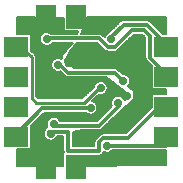
<source format=gbl>
G04 DipTrace 2.4.0.2*
%INFlexADCBufferAry.gbl*%
%MOIN*%
%ADD13C,0.01*%
%ADD14C,0.012*%
%ADD19C,0.006*%
%ADD22R,0.08X0.0669*%
%ADD23R,0.0669X0.08*%
%ADD30C,0.028*%
%ADD31C,0.028*%
%FSLAX44Y44*%
G04*
G70*
G90*
G75*
G01*
%LNBottom*%
%LPD*%
X6746Y6557D2*
D13*
X6677D1*
X6193Y6073D1*
X4608D1*
X4451Y6229D1*
Y7582D1*
X4096Y7937D1*
X3937D1*
X6409Y5904D2*
D14*
Y5889D1*
X4804D1*
X3852Y4937D1*
X3937D1*
X7106Y8190D2*
Y8267D1*
X7514Y8675D1*
X8291D1*
X9029Y7937D1*
X8937D1*
X4943Y8196D2*
Y8223D1*
X6685D1*
X6982Y7926D1*
X7225D1*
X7787Y8488D1*
X8204D1*
X8387Y8305D1*
Y7573D1*
X9023Y6937D1*
X8937D1*
X5130Y4665D2*
X4746D1*
X4583Y4829D1*
Y4557D1*
X4311Y4285D1*
X4583Y4829D2*
Y5326D1*
X4760Y5504D1*
X4777D1*
X4951Y5678D1*
X6266D1*
X6417Y5527D1*
X6953Y6064D1*
Y6288D1*
X7140Y6475D1*
X7452D1*
X7623Y6304D1*
X5544Y7939D2*
Y7907D1*
X4621D1*
X4581Y7866D1*
X5976Y6338D2*
Y6651D1*
Y6338D2*
X5663D1*
Y6651D1*
X5516D1*
X4831Y7336D1*
Y7616D1*
X4581Y7866D1*
X8937Y4937D2*
Y4635D1*
X6946D1*
X7323Y6069D2*
X7352D1*
Y5967D1*
X6688Y5302D1*
X5254D1*
X5185Y5371D1*
X7504Y6793D2*
X7233Y7065D1*
X5651D1*
X5383Y7333D1*
X5323D1*
X5078Y5039D2*
X5025D1*
Y5104D1*
X5658D1*
Y4457D1*
X6686D1*
Y4749D1*
X6834Y4897D1*
X7647D1*
X8687Y5937D1*
X8937D1*
X7290Y7412D2*
X7108D1*
X6941Y7246D1*
X5845D1*
X5646Y7445D1*
X7323Y5411D2*
X7338D1*
X7915Y5988D1*
Y6897D1*
X7838Y6974D1*
X7728D1*
X7290Y7412D1*
X5955Y4849D2*
X6523D1*
X6896Y5222D1*
X7134D1*
X7323Y5411D1*
X7290Y7412D2*
X7458D1*
X7972Y7926D1*
Y8151D1*
X8000Y8178D1*
D31*
X6746Y6557D3*
X6409Y5904D3*
X7323Y6069D3*
X5130Y4665D3*
X5544Y7939D3*
X5646Y7445D3*
X6946Y4635D3*
X7323Y5411D3*
X7290Y7412D3*
X7106Y8190D3*
X5185Y5371D3*
X7140Y6475D3*
X7504Y6793D3*
X7623Y6304D3*
X4943Y8196D3*
X5323Y7333D3*
X5955Y4849D3*
X5078Y5039D3*
X4583Y4829D3*
X4311Y4285D3*
X4581Y7866D3*
X8000Y8178D3*
X6738Y8650D3*
X8709Y8686D3*
X6280Y8866D2*
D19*
X8906D1*
X6258Y8808D2*
X7433D1*
X8372D2*
X8906D1*
X6234Y8749D2*
X7367D1*
X8438D2*
X8906D1*
X6212Y8691D2*
X7309D1*
X8496D2*
X8906D1*
X6190Y8632D2*
X7250D1*
X8555D2*
X8906D1*
X6166Y8574D2*
X7192D1*
X8613D2*
X8906D1*
X6144Y8515D2*
X7133D1*
X8672D2*
X8906D1*
X6120Y8457D2*
X7074D1*
X8731D2*
X8906D1*
X6098Y8398D2*
X6999D1*
X8789D2*
X8906D1*
X6788Y8340D2*
X6923D1*
X6848Y8281D2*
X6886D1*
X7802D2*
X8189D1*
X7743Y8223D2*
X8228D1*
X7685Y8164D2*
X8228D1*
X7626Y8106D2*
X8228D1*
X5957Y8047D2*
X6640D1*
X7568D2*
X8228D1*
X5906Y7989D2*
X6697D1*
X7509D2*
X8228D1*
X5857Y7930D2*
X6756D1*
X7450D2*
X8228D1*
X5807Y7871D2*
X6815D1*
X7392D2*
X8228D1*
X5758Y7813D2*
X6873D1*
X7333D2*
X8228D1*
X5719Y7754D2*
X8228D1*
X5690Y7696D2*
X8228D1*
X5660Y7637D2*
X8228D1*
X5631Y7579D2*
X8228D1*
X5607Y7520D2*
X8238D1*
X5606Y7462D2*
X8277D1*
X5606Y7403D2*
X8336D1*
X5606Y7345D2*
X8394D1*
X6630Y7286D2*
X8439D1*
X6709Y7228D2*
X8439D1*
X7349Y7169D2*
X8439D1*
X7408Y7111D2*
X8439D1*
X7467Y7052D2*
X8439D1*
X7628Y6994D2*
X8439D1*
X7694Y6935D2*
X8439D1*
X7727Y6876D2*
X8439D1*
X7741Y6818D2*
X8439D1*
X7740Y6759D2*
X8439D1*
X7723Y6701D2*
X8439D1*
X7687Y6642D2*
X8439D1*
X7696Y6584D2*
X8439D1*
X7795Y6525D2*
X8439D1*
X7856Y6467D2*
X8905D1*
X7857Y6408D2*
X8905D1*
X7861Y6350D2*
X8439D1*
X7870Y6291D2*
X8439D1*
X7859Y6233D2*
X8439D1*
X7835Y6174D2*
X8439D1*
X7773Y6116D2*
X8439D1*
X7710Y6057D2*
X8439D1*
X7647Y5998D2*
X8439D1*
X7584Y5940D2*
X8439D1*
X7521Y5881D2*
X8410D1*
X7458Y5823D2*
X8352D1*
X7396Y5764D2*
X8293D1*
X7333Y5706D2*
X8235D1*
X7270Y5647D2*
X8176D1*
X7208Y5589D2*
X8117D1*
X7145Y5530D2*
X8059D1*
X7082Y5472D2*
X8000D1*
X7020Y5413D2*
X7942D1*
X6961Y5355D2*
X7883D1*
X6903Y5296D2*
X7824D1*
X6844Y5238D2*
X7766D1*
X6783Y5179D2*
X7707D1*
X5928Y5121D2*
X7649D1*
X5816Y5062D2*
X7590D1*
X5816Y5003D2*
X6719D1*
X5816Y4945D2*
X6661D1*
X5816Y4886D2*
X6602D1*
X5816Y4828D2*
X6550D1*
X5816Y4769D2*
X6529D1*
X5816Y4711D2*
X6527D1*
X5816Y4652D2*
X6527D1*
X7123Y4477D2*
X8904D1*
X7036Y4418D2*
X8904D1*
X6809Y4360D2*
X8904D1*
X5641Y4301D2*
X8904D1*
X5640Y4243D2*
X8904D1*
X5639Y4184D2*
X8904D1*
X5638Y4126D2*
X8904D1*
X5636Y4067D2*
X8904D1*
X5635Y4008D2*
X8904D1*
X5634Y3950D2*
X5969D1*
X8818Y8364D2*
X8911D1*
X8912Y8797D1*
Y8925D1*
X6302D1*
X6276Y8869D1*
X6083Y8375D1*
X6685D1*
X6715Y8372D1*
X6743Y8363D1*
X6770Y8349D1*
X6793Y8330D1*
X6880Y8242D1*
X6887Y8266D1*
X6898Y8294D1*
X6914Y8319D1*
X6932Y8343D1*
X6953Y8364D1*
X6977Y8382D1*
X7003Y8398D1*
X7035Y8410D1*
X7407Y8783D1*
X7430Y8802D1*
X7456Y8816D1*
X7485Y8825D1*
X7514Y8828D1*
X8291D1*
X8321Y8825D1*
X8349Y8816D1*
X8376Y8802D1*
X8399Y8783D1*
X8818Y8363D1*
X8910Y6510D2*
X8445D1*
Y7300D1*
X8279Y7465D1*
X8260Y7488D1*
X8246Y7515D1*
X8237Y7543D1*
X8234Y7573D1*
Y8242D1*
X8141Y8335D1*
X7849Y8336D1*
X7662Y8148D1*
X7333Y7818D1*
X7310Y7799D1*
X7283Y7785D1*
X7255Y7777D1*
X7225Y7774D1*
X6982D1*
X6952Y7777D1*
X6923Y7785D1*
X6897Y7799D1*
X6874Y7818D1*
X6622Y8070D1*
X5964D1*
X5949Y8045D1*
X5730Y7788D1*
X5601Y7530D1*
X5600Y7331D1*
X5627Y7303D1*
X6579Y7298D1*
X6608Y7293D1*
X6634Y7280D1*
X6717Y7217D1*
X7233D1*
X7262Y7214D1*
X7291Y7205D1*
X7317Y7191D1*
X7340Y7172D1*
X7488Y7025D1*
X7517D1*
X7546Y7021D1*
X7575Y7014D1*
X7603Y7003D1*
X7629Y6989D1*
X7653Y6971D1*
X7675Y6950D1*
X7694Y6927D1*
X7710Y6902D1*
X7722Y6874D1*
X7731Y6846D1*
X7735Y6816D1*
X7737Y6793D1*
X7735Y6763D1*
X7729Y6734D1*
X7720Y6705D1*
X7707Y6679D1*
X7690Y6653D1*
X7671Y6631D1*
X7646Y6609D1*
X7764Y6540D1*
X7835Y6498D1*
X7850Y6472D1*
X7851Y6357D1*
X7859Y6341D1*
X7865Y6312D1*
X7859Y6275D1*
X7853Y6233D1*
X7852Y6208D1*
X7843Y6187D1*
X6994Y5393D1*
X6796Y5195D1*
X6773Y5176D1*
X6746Y5162D1*
X6718Y5153D1*
X6688Y5150D1*
X6117D1*
X5819Y5105D1*
X5811Y5074D1*
Y4609D1*
X6534D1*
X6533Y4749D1*
X6536Y4778D1*
X6545Y4807D1*
X6559Y4833D1*
X6578Y4856D1*
X6727Y5005D1*
X6750Y5024D1*
X6776Y5038D1*
X6805Y5047D1*
X6834Y5050D1*
X7583D1*
X8444Y5910D1*
X8445Y6364D1*
X8911D1*
Y6511D1*
X7122Y4483D2*
X7091Y4453D1*
X7066Y4436D1*
X7039Y4422D1*
X7011Y4412D1*
X6982Y4405D1*
X6952Y4403D1*
X6922Y4404D1*
X6893Y4409D1*
X6864Y4418D1*
X6836Y4430D1*
X6826Y4399D1*
X6812Y4372D1*
X6793Y4349D1*
X6770Y4330D1*
X6744Y4316D1*
X6715Y4308D1*
X6686Y4305D1*
X5657D1*
X5635Y4286D1*
X5628Y3946D1*
X8910Y3979D1*
Y4483D1*
X8817D1*
X7122D1*
X3974Y8856D2*
X5504D1*
X3974Y8797D2*
X5504D1*
X3974Y8739D2*
X5504D1*
X3974Y8680D2*
X5504D1*
X3974Y8622D2*
X5504D1*
X3974Y8563D2*
X5504D1*
X3974Y8505D2*
X5504D1*
X3974Y8446D2*
X5504D1*
X3974Y8388D2*
X4804D1*
X5080D2*
X5951D1*
X4435Y8329D2*
X4745D1*
X4435Y8270D2*
X4716D1*
X4435Y8212D2*
X4705D1*
X4435Y8153D2*
X4708D1*
X4435Y8095D2*
X4728D1*
X4435Y8036D2*
X4769D1*
X5116D2*
X5775D1*
X4435Y7978D2*
X4859D1*
X5027D2*
X5725D1*
X4435Y7919D2*
X5676D1*
X4435Y7861D2*
X5625D1*
X4439Y7802D2*
X5576D1*
X4497Y7744D2*
X5526D1*
X4555Y7685D2*
X5477D1*
X4592Y7627D2*
X5460D1*
X4599Y7568D2*
X5443D1*
X4599Y7510D2*
X5167D1*
X4599Y7451D2*
X5118D1*
X4599Y7392D2*
X5093D1*
X4599Y7334D2*
X5085D1*
X4599Y7275D2*
X5092D1*
X4599Y7217D2*
X5116D1*
X4599Y7158D2*
X5163D1*
X4599Y7100D2*
X5394D1*
X4599Y7041D2*
X5453D1*
X4599Y6983D2*
X5511D1*
X4599Y6924D2*
X5586D1*
X4599Y6866D2*
X6976D1*
X4599Y6807D2*
X7053D1*
X4599Y6749D2*
X6609D1*
X6883D2*
X7132D1*
X4599Y6690D2*
X6550D1*
X6942D2*
X7209D1*
X4599Y6632D2*
X6520D1*
X6972D2*
X7287D1*
X4599Y6573D2*
X6487D1*
X6984D2*
X7365D1*
X4599Y6515D2*
X6428D1*
X6980D2*
X7443D1*
X4599Y6456D2*
X6370D1*
X6961D2*
X7521D1*
X4599Y6397D2*
X6311D1*
X6921D2*
X7599D1*
X4599Y6339D2*
X6252D1*
X6832D2*
X7677D1*
X4607Y6280D2*
X6194D1*
X6608D2*
X7221D1*
X7425D2*
X7691D1*
X4666Y6222D2*
X6135D1*
X6549D2*
X7142D1*
X7504D2*
X7625D1*
X6491Y6163D2*
X7105D1*
X6531Y6105D2*
X7087D1*
X6599Y6046D2*
X7086D1*
X6632Y5988D2*
X7099D1*
X6646Y5929D2*
X7093D1*
X6645Y5871D2*
X7035D1*
X6628Y5812D2*
X6976D1*
X6593Y5754D2*
X6918D1*
X4831Y5695D2*
X6301D1*
X6517D2*
X6860D1*
X4773Y5637D2*
X6801D1*
X4714Y5578D2*
X5073D1*
X5297D2*
X6743D1*
X4656Y5520D2*
X5000D1*
X5370D2*
X6684D1*
X4598Y5461D2*
X4964D1*
X5404D2*
X6625D1*
X4539Y5402D2*
X4948D1*
X4481Y5344D2*
X4948D1*
X4435Y5285D2*
X4963D1*
X4435Y5227D2*
X4929D1*
X4435Y5168D2*
X4879D1*
X4435Y5110D2*
X4851D1*
X4435Y5051D2*
X4841D1*
X4435Y4993D2*
X4845D1*
X4435Y4934D2*
X4865D1*
X5291D2*
X5500D1*
X4435Y4876D2*
X4907D1*
X5249D2*
X5500D1*
X4435Y4817D2*
X5004D1*
X5153D2*
X5500D1*
X4435Y4759D2*
X5500D1*
X4435Y4700D2*
X5500D1*
X4435Y4642D2*
X5500D1*
X4435Y4583D2*
X5500D1*
X4435Y4525D2*
X5500D1*
X3976Y4466D2*
X5500D1*
X3976Y4407D2*
X5501D1*
X3976Y4349D2*
X5485D1*
X3976Y4290D2*
X5486D1*
X3976Y4232D2*
X5487D1*
X3977Y4173D2*
X5487D1*
X3977Y4115D2*
X5488D1*
X3977Y4056D2*
X5488D1*
X3977Y3998D2*
X5489D1*
X4429Y5299D2*
Y4510D1*
X3970D1*
X3971Y3972D1*
X5496Y3967D1*
X5492Y4266D1*
Y4354D1*
X5510Y4420D1*
X5506Y4457D1*
Y4952D1*
X5293Y4951D1*
X5280Y4924D1*
X5264Y4899D1*
X5245Y4877D1*
X5222Y4857D1*
X5198Y4840D1*
X5171Y4826D1*
X5143Y4816D1*
X5114Y4809D1*
X5084Y4807D1*
X5054Y4808D1*
X5025Y4813D1*
X4996Y4822D1*
X4969Y4834D1*
X4944Y4850D1*
X4920Y4869D1*
X4900Y4890D1*
X4882Y4914D1*
X4868Y4941D1*
X4857Y4969D1*
X4850Y4998D1*
X4846Y5027D1*
X4847Y5057D1*
X4851Y5087D1*
X4859Y5116D1*
X4871Y5143D1*
X4898Y5189D1*
X4917Y5212D1*
X4940Y5231D1*
X4968Y5245D1*
X4974Y5273D1*
X4963Y5301D1*
X4956Y5330D1*
X4953Y5360D1*
Y5390D1*
X4957Y5419D1*
X4965Y5448D1*
X4977Y5476D1*
X4992Y5501D1*
X5010Y5525D1*
X5032Y5546D1*
X5055Y5564D1*
X5081Y5579D1*
X5109Y5591D1*
X5138Y5599D1*
X5167Y5603D1*
X5197D1*
X5227Y5600D1*
X5256Y5593D1*
X5284Y5582D1*
X5310Y5567D1*
X5334Y5550D1*
X5356Y5529D1*
X5374Y5506D1*
X5390Y5480D1*
X5402Y5454D1*
X5463Y5455D1*
X6625D1*
X7122Y5952D1*
X7101Y5999D1*
X7094Y6028D1*
X7091Y6057D1*
Y6087D1*
X7095Y6117D1*
X7103Y6146D1*
X7115Y6173D1*
X7130Y6199D1*
X7148Y6223D1*
X7170Y6244D1*
X7193Y6262D1*
X7219Y6277D1*
X7247Y6289D1*
X7275Y6297D1*
X7305Y6301D1*
X7335D1*
X7365Y6298D1*
X7394Y6290D1*
X7422Y6279D1*
X7448Y6265D1*
X7472Y6247D1*
X7493Y6227D1*
X7512Y6203D1*
X7528Y6178D1*
X7543Y6143D1*
X7725Y6306D1*
X7492Y6482D1*
X6920Y6912D1*
X5651D1*
X5621Y6915D1*
X5592Y6924D1*
X5566Y6938D1*
X5543Y6957D1*
X5390Y7110D1*
X5359Y7103D1*
X5329Y7100D1*
X5299Y7101D1*
X5270Y7106D1*
X5241Y7115D1*
X5214Y7128D1*
X5188Y7143D1*
X5165Y7162D1*
X5145Y7184D1*
X5127Y7208D1*
X5113Y7234D1*
X5102Y7262D1*
X5095Y7291D1*
X5091Y7321D1*
X5092Y7351D1*
X5096Y7380D1*
X5104Y7409D1*
X5115Y7437D1*
X5131Y7462D1*
X5149Y7486D1*
X5170Y7507D1*
X5194Y7525D1*
X5220Y7540D1*
X5247Y7552D1*
X5276Y7560D1*
X5306Y7564D1*
X5335Y7565D1*
X5365Y7561D1*
X5394Y7554D1*
X5433Y7537D1*
X5453Y7575D1*
X5465Y7590D1*
X5466Y7656D1*
X5473Y7674D1*
X5810Y8071D1*
X5137Y8070D1*
X5109Y8034D1*
X5087Y8014D1*
X5062Y7997D1*
X5035Y7984D1*
X5007Y7973D1*
X4978Y7967D1*
X4948Y7964D1*
X4918Y7965D1*
X4889Y7970D1*
X4860Y7979D1*
X4833Y7991D1*
X4808Y8007D1*
X4785Y8026D1*
X4764Y8048D1*
X4746Y8072D1*
X4732Y8098D1*
X4721Y8126D1*
X4714Y8155D1*
X4710Y8185D1*
X4711Y8215D1*
X4715Y8244D1*
X4723Y8273D1*
X4735Y8301D1*
X4750Y8326D1*
X4768Y8350D1*
X4789Y8371D1*
X4813Y8389D1*
X4839Y8404D1*
X4866Y8416D1*
X4895Y8424D1*
X4925Y8428D1*
X4955D1*
X4985Y8425D1*
X5014Y8418D1*
X5041Y8407D1*
X5068Y8392D1*
X5092Y8375D1*
X5951D1*
X5979Y8444D1*
X5510Y8445D1*
Y8906D1*
X5183Y8907D1*
X3967Y8914D1*
X3968Y8645D1*
Y8364D1*
X4429D1*
X4430Y7805D1*
X4552Y7683D1*
X4571Y7660D1*
X4584Y7633D1*
X4591Y7610D1*
X4594Y7552D1*
Y6287D1*
X4667Y6215D1*
X6135Y6216D1*
X6517Y6598D1*
X6527Y6633D1*
X6538Y6661D1*
X6553Y6687D1*
X6572Y6710D1*
X6593Y6731D1*
X6617Y6750D1*
X6642Y6765D1*
X6670Y6776D1*
X6699Y6784D1*
X6728Y6788D1*
X6758Y6789D1*
X6788Y6785D1*
X6817Y6778D1*
X6845Y6767D1*
X6871Y6753D1*
X6895Y6735D1*
X6917Y6714D1*
X6936Y6691D1*
X6951Y6665D1*
X6964Y6638D1*
X6972Y6610D1*
X6977Y6580D1*
X6978Y6557D1*
X6976Y6527D1*
X6971Y6498D1*
X6961Y6469D1*
X6948Y6442D1*
X6932Y6417D1*
X6912Y6395D1*
X6890Y6374D1*
X6866Y6357D1*
X6839Y6344D1*
X6811Y6334D1*
X6782Y6327D1*
X6752Y6324D1*
X6722Y6326D1*
X6693Y6331D1*
X6661Y6341D1*
X6453Y6131D1*
X6480Y6125D1*
X6508Y6114D1*
X6534Y6100D1*
X6558Y6082D1*
X6580Y6061D1*
X6599Y6038D1*
X6615Y6013D1*
X6627Y5985D1*
X6636Y5957D1*
X6640Y5927D1*
X6642Y5904D1*
X6640Y5874D1*
X6634Y5845D1*
X6625Y5816D1*
X6612Y5789D1*
X6595Y5764D1*
X6576Y5742D1*
X6553Y5722D1*
X6529Y5705D1*
X6502Y5691D1*
X6474Y5681D1*
X6445Y5674D1*
X6415Y5672D1*
X6385Y5673D1*
X6356Y5678D1*
X6327Y5686D1*
X6300Y5699D1*
X6275Y5715D1*
X6248Y5737D1*
X5781Y5736D1*
X4867D1*
X4429Y5299D1*
D22*
X8937Y7937D3*
Y6937D3*
Y5937D3*
Y4937D3*
X3937D3*
Y5937D3*
Y6937D3*
Y7937D3*
D23*
X5937Y3937D3*
X4937D3*
D30*
X5976Y6651D3*
X5663D3*
Y6338D3*
X5976D3*
D23*
X5937Y8937D3*
X4937D3*
M02*

</source>
